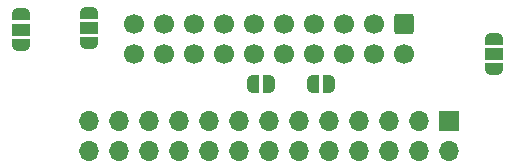
<source format=gbr>
%TF.GenerationSoftware,KiCad,Pcbnew,8.0.4*%
%TF.CreationDate,2024-09-19T23:06:27-05:00*%
%TF.ProjectId,IDC-26-Adapter-Rev1,4944432d-3236-42d4-9164-61707465722d,1.1*%
%TF.SameCoordinates,Original*%
%TF.FileFunction,Soldermask,Bot*%
%TF.FilePolarity,Negative*%
%FSLAX46Y46*%
G04 Gerber Fmt 4.6, Leading zero omitted, Abs format (unit mm)*
G04 Created by KiCad (PCBNEW 8.0.4) date 2024-09-19 23:06:27*
%MOMM*%
%LPD*%
G01*
G04 APERTURE LIST*
G04 Aperture macros list*
%AMRoundRect*
0 Rectangle with rounded corners*
0 $1 Rounding radius*
0 $2 $3 $4 $5 $6 $7 $8 $9 X,Y pos of 4 corners*
0 Add a 4 corners polygon primitive as box body*
4,1,4,$2,$3,$4,$5,$6,$7,$8,$9,$2,$3,0*
0 Add four circle primitives for the rounded corners*
1,1,$1+$1,$2,$3*
1,1,$1+$1,$4,$5*
1,1,$1+$1,$6,$7*
1,1,$1+$1,$8,$9*
0 Add four rect primitives between the rounded corners*
20,1,$1+$1,$2,$3,$4,$5,0*
20,1,$1+$1,$4,$5,$6,$7,0*
20,1,$1+$1,$6,$7,$8,$9,0*
20,1,$1+$1,$8,$9,$2,$3,0*%
%AMFreePoly0*
4,1,19,0.000000,0.744911,0.071157,0.744911,0.207708,0.704816,0.327430,0.627875,0.420627,0.520320,0.479746,0.390866,0.500000,0.250000,0.500000,-0.250000,0.479746,-0.390866,0.420627,-0.520320,0.327430,-0.627875,0.207708,-0.704816,0.071157,-0.744911,0.000000,-0.744911,0.000000,-0.750000,-0.550000,-0.750000,-0.550000,0.750000,0.000000,0.750000,0.000000,0.744911,0.000000,0.744911,
$1*%
%AMFreePoly1*
4,1,19,0.550000,-0.750000,0.000000,-0.750000,0.000000,-0.744911,-0.071157,-0.744911,-0.207708,-0.704816,-0.327430,-0.627875,-0.420627,-0.520320,-0.479746,-0.390866,-0.500000,-0.250000,-0.500000,0.250000,-0.479746,0.390866,-0.420627,0.520320,-0.327430,0.627875,-0.207708,0.704816,-0.071157,0.744911,0.000000,0.744911,0.000000,0.750000,0.550000,0.750000,0.550000,-0.750000,0.550000,-0.750000,
$1*%
%AMFreePoly2*
4,1,19,0.500000,-0.750000,0.000000,-0.750000,0.000000,-0.744911,-0.071157,-0.744911,-0.207708,-0.704816,-0.327430,-0.627875,-0.420627,-0.520320,-0.479746,-0.390866,-0.500000,-0.250000,-0.500000,0.250000,-0.479746,0.390866,-0.420627,0.520320,-0.327430,0.627875,-0.207708,0.704816,-0.071157,0.744911,0.000000,0.744911,0.000000,0.750000,0.500000,0.750000,0.500000,-0.750000,0.500000,-0.750000,
$1*%
%AMFreePoly3*
4,1,19,0.000000,0.744911,0.071157,0.744911,0.207708,0.704816,0.327430,0.627875,0.420627,0.520320,0.479746,0.390866,0.500000,0.250000,0.500000,-0.250000,0.479746,-0.390866,0.420627,-0.520320,0.327430,-0.627875,0.207708,-0.704816,0.071157,-0.744911,0.000000,-0.744911,0.000000,-0.750000,-0.500000,-0.750000,-0.500000,0.750000,0.000000,0.750000,0.000000,0.744911,0.000000,0.744911,
$1*%
G04 Aperture macros list end*
%ADD10FreePoly0,90.000000*%
%ADD11R,1.500000X1.000000*%
%ADD12FreePoly1,90.000000*%
%ADD13R,1.700000X1.700000*%
%ADD14O,1.700000X1.700000*%
%ADD15FreePoly2,180.000000*%
%ADD16FreePoly3,180.000000*%
%ADD17RoundRect,0.250000X-0.600000X0.600000X-0.600000X-0.600000X0.600000X-0.600000X0.600000X0.600000X0*%
%ADD18C,1.700000*%
G04 APERTURE END LIST*
D10*
%TO.C,JP5*%
X137795000Y-88616000D03*
D11*
X137795000Y-89916000D03*
D12*
X137795000Y-91216000D03*
%TD*%
%TO.C,JP4*%
X172085000Y-93405000D03*
D11*
X172085000Y-92105000D03*
D10*
X172085000Y-90805000D03*
%TD*%
D13*
%TO.C,J2*%
X168275000Y-97790000D03*
D14*
X168275000Y-100330000D03*
X165735000Y-97790000D03*
X165735000Y-100330000D03*
X163195000Y-97790000D03*
X163195000Y-100330000D03*
X160655000Y-97790000D03*
X160655000Y-100330000D03*
X158115000Y-97790000D03*
X158115000Y-100330000D03*
X155575000Y-97790000D03*
X155575000Y-100330000D03*
X153035000Y-97790000D03*
X153035000Y-100330000D03*
X150495000Y-97790000D03*
X150495000Y-100330000D03*
X147955000Y-97790000D03*
X147955000Y-100330000D03*
X145415000Y-97790000D03*
X145415000Y-100330000D03*
X142875000Y-97790000D03*
X142875000Y-100330000D03*
X140335000Y-97790000D03*
X140335000Y-100330000D03*
X137795000Y-97790000D03*
X137795000Y-100330000D03*
%TD*%
D12*
%TO.C,JP2*%
X132080000Y-91343000D03*
D11*
X132080000Y-90043000D03*
D10*
X132080000Y-88743000D03*
%TD*%
D15*
%TO.C,JP1*%
X153035000Y-94615000D03*
D16*
X151735000Y-94615000D03*
%TD*%
D17*
%TO.C,J1*%
X164465000Y-89535000D03*
D18*
X164465000Y-92075000D03*
X161925000Y-89535000D03*
X161925000Y-92075000D03*
X159385000Y-89535000D03*
X159385000Y-92075000D03*
X156845000Y-89535000D03*
X156845000Y-92075000D03*
X154305000Y-89535000D03*
X154305000Y-92075000D03*
X151765000Y-89535000D03*
X151765000Y-92075000D03*
X149225000Y-89535000D03*
X149225000Y-92075000D03*
X146685000Y-89535000D03*
X146685000Y-92075000D03*
X144145000Y-89535000D03*
X144145000Y-92075000D03*
X141605000Y-89535000D03*
X141605000Y-92075000D03*
%TD*%
D15*
%TO.C,JP3*%
X158115000Y-94615000D03*
D16*
X156815000Y-94615000D03*
%TD*%
M02*

</source>
